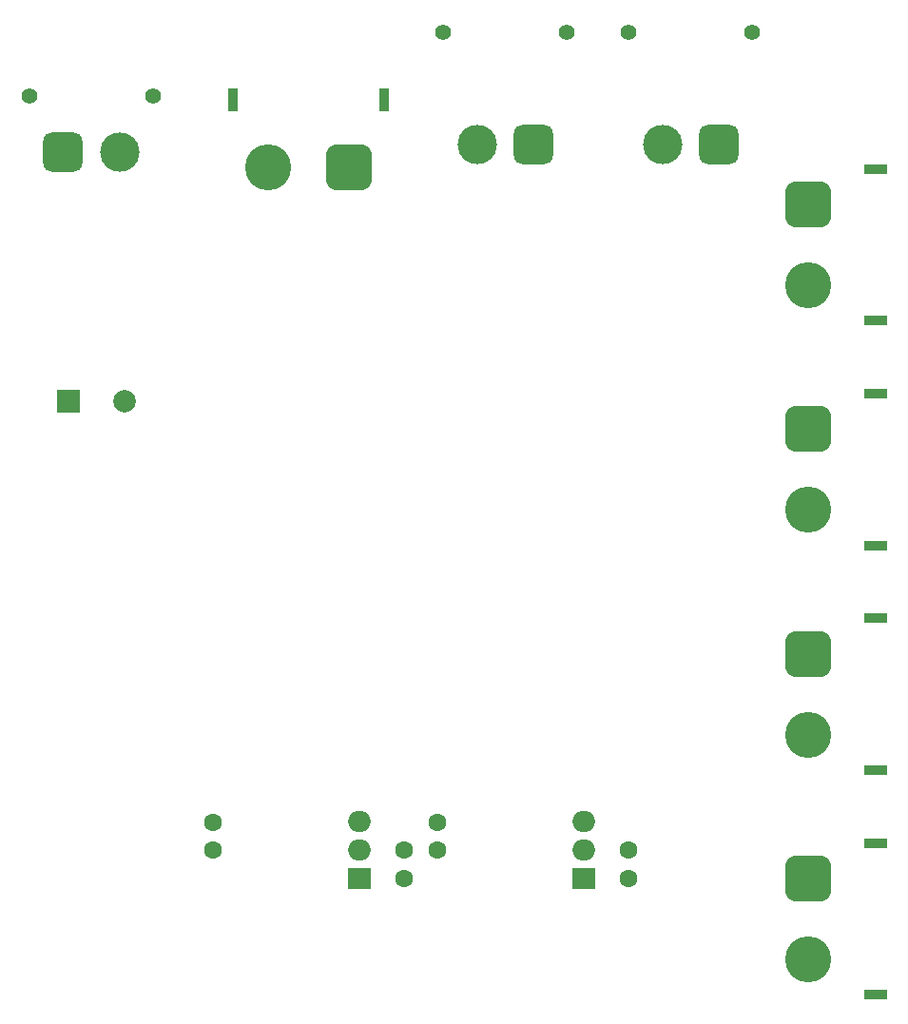
<source format=gbr>
%TF.GenerationSoftware,KiCad,Pcbnew,8.0.8-8.0.8-0~ubuntu24.04.1*%
%TF.CreationDate,2025-02-07T22:49:58+09:00*%
%TF.ProjectId,MainPowerSupply,4d61696e-506f-4776-9572-537570706c79,rev?*%
%TF.SameCoordinates,Original*%
%TF.FileFunction,Soldermask,Bot*%
%TF.FilePolarity,Negative*%
%FSLAX46Y46*%
G04 Gerber Fmt 4.6, Leading zero omitted, Abs format (unit mm)*
G04 Created by KiCad (PCBNEW 8.0.8-8.0.8-0~ubuntu24.04.1) date 2025-02-07 22:49:58*
%MOMM*%
%LPD*%
G01*
G04 APERTURE LIST*
G04 Aperture macros list*
%AMRoundRect*
0 Rectangle with rounded corners*
0 $1 Rounding radius*
0 $2 $3 $4 $5 $6 $7 $8 $9 X,Y pos of 4 corners*
0 Add a 4 corners polygon primitive as box body*
4,1,4,$2,$3,$4,$5,$6,$7,$8,$9,$2,$3,0*
0 Add four circle primitives for the rounded corners*
1,1,$1+$1,$2,$3*
1,1,$1+$1,$4,$5*
1,1,$1+$1,$6,$7*
1,1,$1+$1,$8,$9*
0 Add four rect primitives between the rounded corners*
20,1,$1+$1,$2,$3,$4,$5,0*
20,1,$1+$1,$4,$5,$6,$7,0*
20,1,$1+$1,$6,$7,$8,$9,0*
20,1,$1+$1,$8,$9,$2,$3,0*%
G04 Aperture macros list end*
%ADD10R,2.000000X0.900000*%
%ADD11RoundRect,1.025000X-1.025000X1.025000X-1.025000X-1.025000X1.025000X-1.025000X1.025000X1.025000X0*%
%ADD12C,4.100000*%
%ADD13C,1.400000*%
%ADD14RoundRect,0.770000X-0.980000X-0.980000X0.980000X-0.980000X0.980000X0.980000X-0.980000X0.980000X0*%
%ADD15C,3.500000*%
%ADD16R,2.000000X2.000000*%
%ADD17C,2.000000*%
%ADD18R,0.900000X2.000000*%
%ADD19RoundRect,1.025000X-1.025000X-1.025000X1.025000X-1.025000X1.025000X1.025000X-1.025000X1.025000X0*%
%ADD20C,1.600000*%
%ADD21R,2.000000X1.905000*%
%ADD22O,2.000000X1.905000*%
G04 APERTURE END LIST*
D10*
%TO.C,J4*%
X186000000Y-66850000D03*
X186000000Y-80350000D03*
D11*
X180000000Y-70000000D03*
D12*
X180000000Y-77200000D03*
%TD*%
D13*
%TO.C,J10*%
X164000000Y-54675000D03*
X175000000Y-54675000D03*
D14*
X172000000Y-64675000D03*
D15*
X167000000Y-64675000D03*
%TD*%
D10*
%TO.C,J1*%
X186000000Y-106850000D03*
X186000000Y-120350000D03*
D11*
X180000000Y-110000000D03*
D12*
X180000000Y-117200000D03*
%TD*%
D16*
%TO.C,C3*%
X114082323Y-87500000D03*
D17*
X119082323Y-87500000D03*
%TD*%
D18*
%TO.C,J8*%
X128750000Y-60650000D03*
X142250000Y-60650000D03*
D19*
X139100000Y-66650000D03*
D12*
X131900000Y-66650000D03*
%TD*%
D20*
%TO.C,C2*%
X147000000Y-125000000D03*
X147000000Y-127500000D03*
%TD*%
D10*
%TO.C,J5*%
X186000000Y-86850000D03*
X186000000Y-100350000D03*
D11*
X180000000Y-90000000D03*
D12*
X180000000Y-97200000D03*
%TD*%
D13*
%TO.C,J3*%
X110650000Y-60350000D03*
X121650000Y-60350000D03*
D14*
X113650000Y-65350000D03*
D15*
X118650000Y-65350000D03*
%TD*%
D20*
%TO.C,C4*%
X144000000Y-130000000D03*
X144000000Y-127500000D03*
%TD*%
%TO.C,C1*%
X164000000Y-130000000D03*
X164000000Y-127500000D03*
%TD*%
D21*
%TO.C,U1*%
X160000000Y-130000000D03*
D22*
X160000000Y-127460000D03*
X160000000Y-124920000D03*
%TD*%
D21*
%TO.C,U2*%
X140000000Y-130000000D03*
D22*
X140000000Y-127460000D03*
X140000000Y-124920000D03*
%TD*%
D20*
%TO.C,C5*%
X127000000Y-125000000D03*
X127000000Y-127500000D03*
%TD*%
D10*
%TO.C,J2*%
X186000000Y-126850000D03*
X186000000Y-140350000D03*
D11*
X180000000Y-130000000D03*
D12*
X180000000Y-137200000D03*
%TD*%
D13*
%TO.C,J9*%
X147500000Y-54675000D03*
X158500000Y-54675000D03*
D14*
X155500000Y-64675000D03*
D15*
X150500000Y-64675000D03*
%TD*%
M02*

</source>
